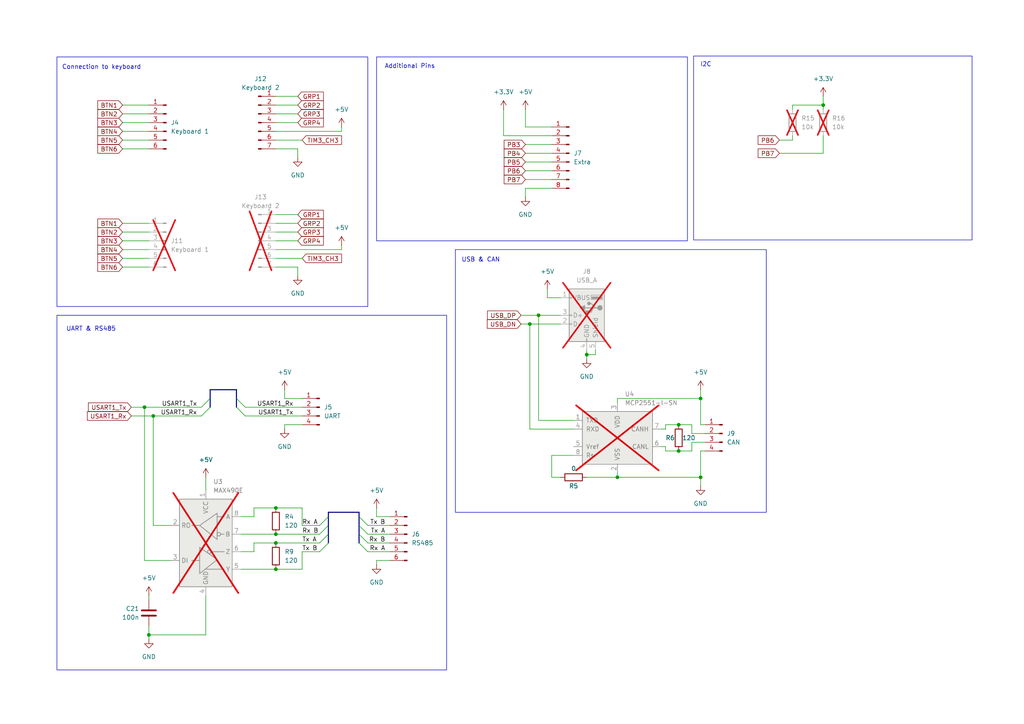
<source format=kicad_sch>
(kicad_sch (version 20250114) (generator "eeschema") (generator_version "9.0")
  (paper "A4")
  (title_block (title "Interface"))
  (lib_symbols
    (symbol "Connector:Conn_01x04_Pin" (pin_names (offset 1.016) (hide yes))
      (property "Reference" "J" (at 0 5.08 0))
      (property "Value" "Conn_01x04_Pin" (at 0 -7.62 0))
      (symbol "Conn_01x04_Pin_1_1"
        (rectangle (start 0.8636 2.667) (end 0 2.413) (stroke (width 0.1524)) (fill (type outline)))
        (rectangle (start 0.8636 0.127) (end 0 -0.127) (stroke (width 0.1524)) (fill (type outline)))
        (rectangle (start 0.8636 -2.413) (end 0 -2.667) (stroke (width 0.1524)) (fill (type outline)))
        (rectangle (start 0.8636 -4.953) (end 0 -5.207) (stroke (width 0.1524)) (fill (type outline)))
        (polyline (pts (xy 1.27 2.54) (xy 0.8636 2.54)) (stroke (width 0.1524)))
        (polyline (pts (xy 1.27 0) (xy 0.8636 0)) (stroke (width 0.1524)))
        (polyline (pts (xy 1.27 -2.54) (xy 0.8636 -2.54)) (stroke (width 0.1524)))
        (polyline (pts (xy 1.27 -5.08) (xy 0.8636 -5.08)) (stroke (width 0.1524)))
        (pin passive line (at 5.08 2.54 180) (length 3.81) (name "Pin_1") (number "1"))
        (pin passive line (at 5.08 0 180) (length 3.81) (name "Pin_2") (number "2"))
        (pin passive line (at 5.08 -2.54 180) (length 3.81) (name "Pin_3") (number "3"))
        (pin passive line (at 5.08 -5.08 180) (length 3.81) (name "Pin_4") (number "4"))
      )
    )
    (symbol "Connector:Conn_01x06_Pin" (pin_names (offset 1.016) (hide yes))
      (property "Reference" "J" (at 0 7.62 0))
      (property "Value" "Conn_01x06_Pin" (at 0 -10.16 0))
      (symbol "Conn_01x06_Pin_1_1"
        (rectangle (start 0.8636 5.207) (end 0 4.953) (stroke (width 0.1524)) (fill (type outline)))
        (rectangle (start 0.8636 2.667) (end 0 2.413) (stroke (width 0.1524)) (fill (type outline)))
        (rectangle (start 0.8636 0.127) (end 0 -0.127) (stroke (width 0.1524)) (fill (type outline)))
        (rectangle (start 0.8636 -2.413) (end 0 -2.667) (stroke (width 0.1524)) (fill (type outline)))
        (rectangle (start 0.8636 -4.953) (end 0 -5.207) (stroke (width 0.1524)) (fill (type outline)))
        (rectangle (start 0.8636 -7.493) (end 0 -7.747) (stroke (width 0.1524)) (fill (type outline)))
        (polyline (pts (xy 1.27 5.08) (xy 0.8636 5.08)) (stroke (width 0.1524)))
        (polyline (pts (xy 1.27 2.54) (xy 0.8636 2.54)) (stroke (width 0.1524)))
        (polyline (pts (xy 1.27 0) (xy 0.8636 0)) (stroke (width 0.1524)))
        (polyline (pts (xy 1.27 -2.54) (xy 0.8636 -2.54)) (stroke (width 0.1524)))
        (polyline (pts (xy 1.27 -5.08) (xy 0.8636 -5.08)) (stroke (width 0.1524)))
        (polyline (pts (xy 1.27 -7.62) (xy 0.8636 -7.62)) (stroke (width 0.1524)))
        (pin passive line (at 5.08 5.08 180) (length 3.81) (name "Pin_1") (number "1"))
        (pin passive line (at 5.08 2.54 180) (length 3.81) (name "Pin_2") (number "2"))
        (pin passive line (at 5.08 0 180) (length 3.81) (name "Pin_3") (number "3"))
        (pin passive line (at 5.08 -2.54 180) (length 3.81) (name "Pin_4") (number "4"))
        (pin passive line (at 5.08 -5.08 180) (length 3.81) (name "Pin_5") (number "5"))
        (pin passive line (at 5.08 -7.62 180) (length 3.81) (name "Pin_6") (number "6"))
      )
    )
    (symbol "Connector:Conn_01x07_Pin" (pin_names (offset 1.016) (hide yes))
      (property "Reference" "J" (at 0 10.16 0))
      (property "Value" "Conn_01x07_Pin" (at 0 -10.16 0))
      (symbol "Conn_01x07_Pin_1_1"
        (rectangle (start 0.8636 7.747) (end 0 7.493) (stroke (width 0.1524)) (fill (type outline)))
        (rectangle (start 0.8636 5.207) (end 0 4.953) (stroke (width 0.1524)) (fill (type outline)))
        (rectangle (start 0.8636 2.667) (end 0 2.413) (stroke (width 0.1524)) (fill (type outline)))
        (rectangle (start 0.8636 0.127) (end 0 -0.127) (stroke (width 0.1524)) (fill (type outline)))
        (rectangle (start 0.8636 -2.413) (end 0 -2.667) (stroke (width 0.1524)) (fill (type outline)))
        (rectangle (start 0.8636 -4.953) (end 0 -5.207) (stroke (width 0.1524)) (fill (type outline)))
        (rectangle (start 0.8636 -7.493) (end 0 -7.747) (stroke (width 0.1524)) (fill (type outline)))
        (polyline (pts (xy 1.27 7.62) (xy 0.8636 7.62)) (stroke (width 0.1524)))
        (polyline (pts (xy 1.27 5.08) (xy 0.8636 5.08)) (stroke (width 0.1524)))
        (polyline (pts (xy 1.27 2.54) (xy 0.8636 2.54)) (stroke (width 0.1524)))
        (polyline (pts (xy 1.27 0) (xy 0.8636 0)) (stroke (width 0.1524)))
        (polyline (pts (xy 1.27 -2.54) (xy 0.8636 -2.54)) (stroke (width 0.1524)))
        (polyline (pts (xy 1.27 -5.08) (xy 0.8636 -5.08)) (stroke (width 0.1524)))
        (polyline (pts (xy 1.27 -7.62) (xy 0.8636 -7.62)) (stroke (width 0.1524)))
        (pin passive line (at 5.08 7.62 180) (length 3.81) (name "Pin_1") (number "1"))
        (pin passive line (at 5.08 5.08 180) (length 3.81) (name "Pin_2") (number "2"))
        (pin passive line (at 5.08 2.54 180) (length 3.81) (name "Pin_3") (number "3"))
        (pin passive line (at 5.08 0 180) (length 3.81) (name "Pin_4") (number "4"))
        (pin passive line (at 5.08 -2.54 180) (length 3.81) (name "Pin_5") (number "5"))
        (pin passive line (at 5.08 -5.08 180) (length 3.81) (name "Pin_6") (number "6"))
        (pin passive line (at 5.08 -7.62 180) (length 3.81) (name "Pin_7") (number "7"))
      )
    )
    (symbol "Connector:Conn_01x08_Pin" (pin_names (offset 1.016) (hide yes))
      (property "Reference" "J" (at 0 10.16 0))
      (property "Value" "Conn_01x08_Pin" (at 0 -12.7 0))
      (symbol "Conn_01x08_Pin_1_1"
        (rectangle (start 0.8636 7.747) (end 0 7.493) (stroke (width 0.1524)) (fill (type outline)))
        (rectangle (start 0.8636 5.207) (end 0 4.953) (stroke (width 0.1524)) (fill (type outline)))
        (rectangle (start 0.8636 2.667) (end 0 2.413) (stroke (width 0.1524)) (fill (type outline)))
        (rectangle (start 0.8636 0.127) (end 0 -0.127) (stroke (width 0.1524)) (fill (type outline)))
        (rectangle (start 0.8636 -2.413) (end 0 -2.667) (stroke (width 0.1524)) (fill (type outline)))
        (rectangle (start 0.8636 -4.953) (end 0 -5.207) (stroke (width 0.1524)) (fill (type outline)))
        (rectangle (start 0.8636 -7.493) (end 0 -7.747) (stroke (width 0.1524)) (fill (type outline)))
        (rectangle (start 0.8636 -10.033) (end 0 -10.287) (stroke (width 0.1524)) (fill (type outline)))
        (polyline (pts (xy 1.27 7.62) (xy 0.8636 7.62)) (stroke (width 0.1524)))
        (polyline (pts (xy 1.27 5.08) (xy 0.8636 5.08)) (stroke (width 0.1524)))
        (polyline (pts (xy 1.27 2.54) (xy 0.8636 2.54)) (stroke (width 0.1524)))
        (polyline (pts (xy 1.27 0) (xy 0.8636 0)) (stroke (width 0.1524)))
        (polyline (pts (xy 1.27 -2.54) (xy 0.8636 -2.54)) (stroke (width 0.1524)))
        (polyline (pts (xy 1.27 -5.08) (xy 0.8636 -5.08)) (stroke (width 0.1524)))
        (polyline (pts (xy 1.27 -7.62) (xy 0.8636 -7.62)) (stroke (width 0.1524)))
        (polyline (pts (xy 1.27 -10.16) (xy 0.8636 -10.16)) (stroke (width 0.1524)))
        (pin passive line (at 5.08 7.62 180) (length 3.81) (name "Pin_1") (number "1"))
        (pin passive line (at 5.08 5.08 180) (length 3.81) (name "Pin_2") (number "2"))
        (pin passive line (at 5.08 2.54 180) (length 3.81) (name "Pin_3") (number "3"))
        (pin passive line (at 5.08 0 180) (length 3.81) (name "Pin_4") (number "4"))
        (pin passive line (at 5.08 -2.54 180) (length 3.81) (name "Pin_5") (number "5"))
        (pin passive line (at 5.08 -5.08 180) (length 3.81) (name "Pin_6") (number "6"))
        (pin passive line (at 5.08 -7.62 180) (length 3.81) (name "Pin_7") (number "7"))
        (pin passive line (at 5.08 -10.16 180) (length 3.81) (name "Pin_8") (number "8"))
      )
    )
    (symbol "Connector:USB_A" (pin_names (offset 1.016))
      (property "Reference" "J" (at -5.08 11.43 0))
      (property "Value" "USB_A" (at -5.08 8.89 0))
      (symbol "USB_A_0_1"
        (rectangle (start -5.08 -7.62) (end 5.08 7.62) (stroke (width 0.254)) (fill (type background)))
        (circle (center -3.81 2.159) (radius 0.635) (stroke (width 0.254)) (fill (type outline)))
        (polyline (pts (xy -3.175 2.159) (xy -2.54 2.159) (xy -1.27 3.429) (xy -0.635 3.429)) (stroke (width 0.254)))
        (polyline (pts (xy -2.54 2.159) (xy -1.905 2.159) (xy -1.27 0.889) (xy 0 0.889)) (stroke (width 0.254)))
        (rectangle (start -1.524 4.826) (end -4.318 5.334) (fill (type outline)))
        (rectangle (start -1.27 4.572) (end -4.572 5.842))
        (circle (center -0.635 3.429) (radius 0.381) (stroke (width 0.254)) (fill (type outline)))
        (rectangle (start -0.127 -7.62) (end 0.127 -6.858))
        (rectangle (start 0.254 1.27) (end -0.508 0.508) (stroke (width 0.254)) (fill (type outline)))
        (polyline (pts (xy 0.635 2.794) (xy 0.635 1.524) (xy 1.905 2.159) (xy 0.635 2.794)) (stroke (width 0.254)) (fill (type outline)))
        (rectangle (start 5.08 4.953) (end 4.318 5.207))
        (rectangle (start 5.08 -0.127) (end 4.318 0.127))
        (rectangle (start 5.08 -2.667) (end 4.318 -2.413))
      )
      (symbol "USB_A_1_1"
        (polyline (pts (xy -1.905 2.159) (xy 0.635 2.159)) (stroke (width 0.254)))
        (pin passive line (at -2.54 -10.16 90) (length 2.54) (name "Shield") (number "5"))
        (pin power_in line (at 0 -10.16 90) (length 2.54) (name "GND") (number "4"))
        (pin power_in line (at 7.62 5.08 180) (length 2.54) (name "VBUS") (number "1"))
        (pin bidirectional line (at 7.62 0 180) (length 2.54) (name "D+") (number "3"))
        (pin bidirectional line (at 7.62 -2.54 180) (length 2.54) (name "D-") (number "2"))
      )
    )
    (symbol "Device:C" (pin_numbers (hide yes)) (pin_names (offset 0.254))
      (property "Reference" "C" (at 0.635 2.54 0))
      (property "Value" "C" (at 0.635 -2.54 0))
      (symbol "C_0_1"
        (polyline (pts (xy -2.032 0.762) (xy 2.032 0.762)) (stroke (width 0.508)))
        (polyline (pts (xy -2.032 -0.762) (xy 2.032 -0.762)) (stroke (width 0.508)))
      )
      (symbol "C_1_1"
        (pin passive line (at 0 3.81 270) (length 2.794) (name "~") (number "1"))
        (pin passive line (at 0 -3.81 90) (length 2.794) (name "~") (number "2"))
      )
    )
    (symbol "Device:R" (pin_numbers (hide yes)) (pin_names (offset 0))
      (property "Reference" "R" (at 2.032 0 90))
      (property "Value" "R" (at 0 0 90))
      (symbol "R_0_1"
        (rectangle (start -1.016 -2.54) (end 1.016 2.54) (stroke (width 0.254)))
      )
      (symbol "R_1_1"
        (pin passive line (at 0 3.81 270) (length 1.27) (name "~") (number "1"))
        (pin passive line (at 0 -3.81 90) (length 1.27) (name "~") (number "2"))
      )
    )
    (symbol "Interface_CAN_LIN:MCP2551-I-SN" (pin_names (offset 1.016))
      (property "Reference" "U" (at -10.16 8.89 0))
      (property "Value" "MCP2551-I-SN" (at 2.54 8.89 0))
      (symbol "MCP2551-I-SN_0_1"
        (rectangle (start -10.16 7.62) (end 10.16 -7.62) (stroke (width 0.254)) (fill (type background)))
      )
      (symbol "MCP2551-I-SN_1_1"
        (pin input line (at -12.7 5.08 0) (length 2.54) (name "TXD") (number "1"))
        (pin output line (at -12.7 2.54 0) (length 2.54) (name "RXD") (number "4"))
        (pin power_out line (at -12.7 -2.54 0) (length 2.54) (name "Vref") (number "5"))
        (pin input line (at -12.7 -5.08 0) (length 2.54) (name "Rs") (number "8"))
        (pin power_in line (at 0 10.16 270) (length 2.54) (name "VDD") (number "3"))
        (pin power_in line (at 0 -10.16 90) (length 2.54) (name "VSS") (number "2"))
        (pin bidirectional line (at 12.7 2.54 180) (length 2.54) (name "CANH") (number "7"))
        (pin bidirectional line (at 12.7 -2.54 180) (length 2.54) (name "CANL") (number "6"))
      )
    )
    (symbol "Interface_UART:MAX490E"
      (property "Reference" "U" (at -7.62 13.97 0))
      (property "Value" "MAX490E" (at 0.762 13.97 0))
      (symbol "MAX490E_0_1"
        (rectangle (start -7.62 12.7) (end 7.62 -12.7) (stroke (width 0.254)) (fill (type background)))
        (polyline (pts (xy -1.778 5.08) (xy -4.064 5.08)) (stroke (width 0.254)))
        (polyline (pts (xy -1.778 -5.08) (xy -4.064 -5.08)) (stroke (width 0.254)))
        (polyline (pts (xy -1.778 -5.08) (xy -1.778 -1.27) (xy 3.302 -4.826) (xy -1.778 -8.89) (xy -1.778 -5.08)) (stroke (width 0.254)))
        (polyline (pts (xy 0 -7.62) (xy 5.334 -7.62)) (stroke (width 0.254)))
        (circle (center 1.016 -2.54) (radius 0.508) (stroke (width 0.254)))
        (polyline (pts (xy 1.524 -2.54) (xy 5.334 -2.54)) (stroke (width 0.254)))
        (polyline (pts (xy 3.302 7.62) (xy 5.334 7.62)) (stroke (width 0.254)))
        (polyline (pts (xy 4.318 2.54) (xy 5.334 2.54)) (stroke (width 0.254)))
      )
      (symbol "MAX490E_1_1"
        (polyline (pts (xy 3.302 4.826) (xy 3.302 8.636) (xy -1.778 5.08) (xy 3.302 1.016) (xy 3.302 4.826)) (stroke (width 0.254)))
        (circle (center 3.81 2.54) (radius 0.508) (stroke (width 0.254)))
        (pin output line (at -10.16 5.08 0) (length 2.54) (name "RO") (number "2"))
        (pin input line (at -10.16 -5.08 0) (length 2.54) (name "DI") (number "3"))
        (pin power_in line (at 0 15.24 270) (length 2.54) (name "VCC") (number "1"))
        (pin power_in line (at 0 -15.24 90) (length 2.54) (name "GND") (number "4"))
        (pin input line (at 10.16 7.62 180) (length 2.54) (name "A") (number "8"))
        (pin input line (at 10.16 2.54 180) (length 2.54) (name "B") (number "7"))
        (pin output line (at 10.16 -2.54 180) (length 2.54) (name "Z") (number "6"))
        (pin output line (at 10.16 -7.62 180) (length 2.54) (name "Y") (number "5"))
      )
    )
    (symbol "power:+3.3V" (power) (pin_numbers (hide yes)) (pin_names (offset 0) (hide yes))
      (property "Value" "+3.3V" (at 0 3.556 0))
      (symbol "+3.3V_0_1"
        (polyline (pts (xy -0.762 1.27) (xy 0 2.54)))
        (polyline (pts (xy 0 2.54) (xy 0.762 1.27)))
        (polyline (pts (xy 0 0) (xy 0 2.54)))
      )
      (symbol "+3.3V_1_1"
        (pin power_in line (at 0 0 90) (length 0) (name "~") (number "1"))
      )
    )
    (symbol "power:+5V" (power) (pin_numbers (hide yes)) (pin_names (offset 0) (hide yes))
      (property "Value" "+5V" (at 0 3.556 0))
      (symbol "+5V_0_1"
        (polyline (pts (xy -0.762 1.27) (xy 0 2.54)))
        (polyline (pts (xy 0 2.54) (xy 0.762 1.27)))
        (polyline (pts (xy 0 0) (xy 0 2.54)))
      )
      (symbol "+5V_1_1"
        (pin power_in line (at 0 0 90) (length 0) (name "~") (number "1"))
      )
    )
    (symbol "power:GND" (power) (pin_numbers (hide yes)) (pin_names (offset 0) (hide yes))
      (property "Value" "GND" (at 0 -3.81 0))
      (symbol "GND_0_1"
        (polyline (pts (xy 0 0) (xy 0 -1.27) (xy 1.27 -1.27) (xy 0 -2.54) (xy -1.27 -1.27) (xy 0 -1.27)))
      )
      (symbol "GND_1_1"
        (pin power_in line (at 0 0 270) (length 0) (name "~") (number "1"))
      )
    )
  )
  (rectangle (start 16.51 91.44) (end 129.54 194.31))
  (rectangle (start 109.22 16.51) (end 199.39 69.85))
  (rectangle (start 132.08 72.39) (end 222.25 148.59))
  (rectangle (start 16.51 16.51) (end 106.68 88.9))
  (rectangle (start 201.168 16.256) (end 281.94 69.596))
  (text "I2C" (at 204.724 18.796 0) (effects (font (size 1.27 1.27))))
  (text "Additional Pins" (at 118.872 19.304 0) (effects (font (size 1.27 1.27))))
  (text "UART & RS485\n" (at 26.416 95.504 0) (effects (font (size 1.27 1.27))))
  (text "USB & CAN" (at 139.446 75.438 0) (effects (font (size 1.27 1.27))))
  (text "Connection to keyboard" (at 29.464 19.558 0) (effects (font (size 1.27 1.27))))
  (junction (at 44.45 120.65))
  (junction (at 80.01 147.32))
  (junction (at 80.01 165.1))
  (junction (at 43.18 184.15))
  (junction (at 203.2 115.57))
  (junction (at 196.85 123.19))
  (junction (at 156.21 91.44))
  (junction (at 41.91 118.11))
  (junction (at 80.01 154.94))
  (junction (at 203.2 138.43))
  (junction (at 238.76 30.48))
  (junction (at 179.07 138.43))
  (junction (at 170.18 102.87))
  (junction (at 153.67 93.98))
  (junction (at 80.01 157.48))
  (junction (at 196.85 130.81))
  (bus_entry (at 92.71 160.02) (size 2.54 -2.54))
  (bus_entry (at 106.68 160.02) (size -2.54 -2.54))
  (bus_entry (at 60.96 118.11) (size -2.54 2.54))
  (bus_entry (at 92.71 152.4) (size 2.54 -2.54))
  (bus_entry (at 68.58 118.11) (size 2.54 2.54))
  (bus_entry (at 106.68 157.48) (size -2.54 -2.54))
  (bus_entry (at 106.68 154.94) (size -2.54 -2.54))
  (bus_entry (at 68.58 115.57) (size 2.54 2.54))
  (bus_entry (at 92.71 154.94) (size 2.54 -2.54))
  (bus_entry (at 106.68 152.4) (size -2.54 -2.54))
  (bus_entry (at 92.71 157.48) (size 2.54 -2.54))
  (bus_entry (at 60.96 115.57) (size -2.54 2.54))
  (wire (pts (xy 156.21 91.44) (xy 162.56 91.44)))
  (wire (pts (xy 152.4 31.75) (xy 152.4 36.83)))
  (wire (pts (xy 179.07 116.84) (xy 179.07 115.57)))
  (wire (pts (xy 106.68 152.4) (xy 113.03 152.4)))
  (wire (pts (xy 160.02 132.08) (xy 160.02 138.43)))
  (wire (pts (xy 69.85 154.94) (xy 80.01 154.94)))
  (wire (pts (xy 109.22 149.86) (xy 113.03 149.86)))
  (wire (pts (xy 73.66 157.48) (xy 80.01 157.48)))
  (wire (pts (xy 160.02 54.61) (xy 152.4 54.61)))
  (wire (pts (xy 43.18 35.56) (xy 35.56 35.56)))
  (wire (pts (xy 35.56 30.48) (xy 43.18 30.48)))
  (wire (pts (xy 106.68 157.48) (xy 113.03 157.48)))
  (wire (pts (xy 86.36 64.77) (xy 80.01 64.77)))
  (wire (pts (xy 172.72 102.87) (xy 170.18 102.87)))
  (wire (pts (xy 193.04 130.81) (xy 193.04 129.54)))
  (wire (pts (xy 71.12 118.11) (xy 87.63 118.11)))
  (bus (pts (xy 60.96 115.57) (xy 60.96 113.03)))
  (wire (pts (xy 35.56 77.47) (xy 43.18 77.47)))
  (wire (pts (xy 80.01 157.48) (xy 92.71 157.48)))
  (wire (pts (xy 73.66 160.02) (xy 69.85 160.02)))
  (wire (pts (xy 229.87 40.64) (xy 229.87 39.37)))
  (wire (pts (xy 35.56 64.77) (xy 43.18 64.77)))
  (wire (pts (xy 152.4 54.61) (xy 152.4 57.15)))
  (wire (pts (xy 86.36 80.01) (xy 86.36 77.47)))
  (wire (pts (xy 80.01 154.94) (xy 92.71 154.94)))
  (bus (pts (xy 95.25 152.4) (xy 95.25 154.94)))
  (wire (pts (xy 80.01 165.1) (xy 87.63 165.1)))
  (wire (pts (xy 38.1 120.65) (xy 44.45 120.65)))
  (bus (pts (xy 60.96 118.11) (xy 60.96 115.57)))
  (wire (pts (xy 152.4 46.99) (xy 160.02 46.99)))
  (wire (pts (xy 152.4 41.91) (xy 160.02 41.91)))
  (wire (pts (xy 86.36 43.18) (xy 80.01 43.18)))
  (wire (pts (xy 49.53 162.56) (xy 41.91 162.56)))
  (wire (pts (xy 170.18 138.43) (xy 179.07 138.43)))
  (wire (pts (xy 229.87 30.48) (xy 238.76 30.48)))
  (wire (pts (xy 156.21 121.92) (xy 156.21 91.44)))
  (wire (pts (xy 203.2 123.19) (xy 204.47 123.19)))
  (wire (pts (xy 35.56 33.02) (xy 43.18 33.02)))
  (wire (pts (xy 160.02 138.43) (xy 162.56 138.43)))
  (wire (pts (xy 179.07 137.16) (xy 179.07 138.43)))
  (wire (pts (xy 196.85 123.19) (xy 200.66 123.19)))
  (bus (pts (xy 60.96 113.03) (xy 68.58 113.03)))
  (wire (pts (xy 35.56 43.18) (xy 43.18 43.18)))
  (wire (pts (xy 43.18 40.64) (xy 35.56 40.64)))
  (wire (pts (xy 87.63 40.64) (xy 80.01 40.64)))
  (wire (pts (xy 170.18 102.87) (xy 170.18 104.14)))
  (wire (pts (xy 162.56 86.36) (xy 158.75 86.36)))
  (wire (pts (xy 203.2 113.03) (xy 203.2 115.57)))
  (bus (pts (xy 95.25 154.94) (xy 95.25 157.48)))
  (bus (pts (xy 104.14 148.59) (xy 95.25 148.59)))
  (bus (pts (xy 104.14 154.94) (xy 104.14 152.4)))
  (wire (pts (xy 92.71 152.4) (xy 87.63 152.4)))
  (wire (pts (xy 106.68 160.02) (xy 113.03 160.02)))
  (wire (pts (xy 170.18 101.6) (xy 170.18 102.87)))
  (wire (pts (xy 160.02 39.37) (xy 146.05 39.37)))
  (wire (pts (xy 86.36 62.23) (xy 80.01 62.23)))
  (wire (pts (xy 238.76 39.37) (xy 238.76 44.45)))
  (wire (pts (xy 35.56 67.31) (xy 43.18 67.31)))
  (wire (pts (xy 226.06 40.64) (xy 229.87 40.64)))
  (bus (pts (xy 104.14 149.86) (xy 104.14 148.59)))
  (wire (pts (xy 193.04 124.46) (xy 193.04 123.19)))
  (wire (pts (xy 238.76 30.48) (xy 238.76 31.75)))
  (wire (pts (xy 179.07 115.57) (xy 203.2 115.57)))
  (wire (pts (xy 196.85 130.81) (xy 193.04 130.81)))
  (bus (pts (xy 95.25 149.86) (xy 95.25 152.4)))
  (wire (pts (xy 203.2 130.81) (xy 204.47 130.81)))
  (wire (pts (xy 166.37 121.92) (xy 156.21 121.92)))
  (wire (pts (xy 109.22 147.32) (xy 109.22 149.86)))
  (wire (pts (xy 73.66 157.48) (xy 73.66 160.02)))
  (wire (pts (xy 87.63 160.02) (xy 92.71 160.02)))
  (wire (pts (xy 59.69 172.72) (xy 59.69 184.15)))
  (wire (pts (xy 41.91 118.11) (xy 58.42 118.11)))
  (wire (pts (xy 109.22 163.83) (xy 109.22 162.56)))
  (wire (pts (xy 153.67 93.98) (xy 153.67 124.46)))
  (wire (pts (xy 59.69 138.43) (xy 59.69 142.24)))
  (wire (pts (xy 43.18 74.93) (xy 35.56 74.93)))
  (wire (pts (xy 151.13 93.98) (xy 153.67 93.98)))
  (wire (pts (xy 200.66 123.19) (xy 200.66 125.73)))
  (wire (pts (xy 203.2 115.57) (xy 203.2 123.19)))
  (wire (pts (xy 41.91 118.11) (xy 41.91 162.56)))
  (bus (pts (xy 68.58 115.57) (xy 68.58 118.11)))
  (wire (pts (xy 80.01 38.1) (xy 99.06 38.1)))
  (wire (pts (xy 80.01 67.31) (xy 86.36 67.31)))
  (wire (pts (xy 73.66 147.32) (xy 80.01 147.32)))
  (wire (pts (xy 80.01 35.56) (xy 86.36 35.56)))
  (wire (pts (xy 87.63 152.4) (xy 87.63 147.32)))
  (wire (pts (xy 43.18 181.61) (xy 43.18 184.15)))
  (wire (pts (xy 82.55 113.03) (xy 82.55 115.57)))
  (wire (pts (xy 86.36 30.48) (xy 80.01 30.48)))
  (wire (pts (xy 193.04 123.19) (xy 196.85 123.19)))
  (wire (pts (xy 80.01 69.85) (xy 86.36 69.85)))
  (wire (pts (xy 153.67 124.46) (xy 166.37 124.46)))
  (wire (pts (xy 71.12 120.65) (xy 87.63 120.65)))
  (wire (pts (xy 87.63 147.32) (xy 80.01 147.32)))
  (wire (pts (xy 43.18 184.15) (xy 43.18 185.42)))
  (wire (pts (xy 200.66 130.81) (xy 196.85 130.81)))
  (wire (pts (xy 73.66 147.32) (xy 73.66 149.86)))
  (bus (pts (xy 104.14 157.48) (xy 104.14 154.94)))
  (wire (pts (xy 44.45 152.4) (xy 49.53 152.4)))
  (wire (pts (xy 166.37 132.08) (xy 160.02 132.08)))
  (wire (pts (xy 229.87 31.75) (xy 229.87 30.48)))
  (wire (pts (xy 193.04 129.54) (xy 191.77 129.54)))
  (wire (pts (xy 99.06 38.1) (xy 99.06 36.83)))
  (wire (pts (xy 80.01 72.39) (xy 99.06 72.39)))
  (wire (pts (xy 86.36 77.47) (xy 80.01 77.47)))
  (wire (pts (xy 43.18 173.99) (xy 43.18 172.72)))
  (wire (pts (xy 204.47 128.27) (xy 200.66 128.27)))
  (wire (pts (xy 203.2 140.97) (xy 203.2 138.43)))
  (wire (pts (xy 82.55 124.46) (xy 82.55 123.19)))
  (bus (pts (xy 104.14 152.4) (xy 104.14 149.86)))
  (wire (pts (xy 86.36 27.94) (xy 80.01 27.94)))
  (bus (pts (xy 95.25 148.59) (xy 95.25 149.86)))
  (wire (pts (xy 203.2 138.43) (xy 203.2 130.81)))
  (wire (pts (xy 73.66 149.86) (xy 69.85 149.86)))
  (wire (pts (xy 106.68 154.94) (xy 113.03 154.94)))
  (bus (pts (xy 68.58 113.03) (xy 68.58 115.57)))
  (wire (pts (xy 87.63 74.93) (xy 80.01 74.93)))
  (wire (pts (xy 87.63 165.1) (xy 87.63 160.02)))
  (wire (pts (xy 43.18 69.85) (xy 35.56 69.85)))
  (wire (pts (xy 226.06 44.45) (xy 238.76 44.45)))
  (wire (pts (xy 69.85 165.1) (xy 80.01 165.1)))
  (wire (pts (xy 82.55 115.57) (xy 87.63 115.57)))
  (wire (pts (xy 158.75 83.82) (xy 158.75 86.36)))
  (wire (pts (xy 146.05 39.37) (xy 146.05 31.75)))
  (wire (pts (xy 86.36 45.72) (xy 86.36 43.18)))
  (wire (pts (xy 43.18 72.39) (xy 35.56 72.39)))
  (wire (pts (xy 172.72 101.6) (xy 172.72 102.87)))
  (wire (pts (xy 152.4 49.53) (xy 160.02 49.53)))
  (wire (pts (xy 43.18 38.1) (xy 35.56 38.1)))
  (wire (pts (xy 44.45 120.65) (xy 58.42 120.65)))
  (wire (pts (xy 152.4 36.83) (xy 160.02 36.83)))
  (wire (pts (xy 38.1 118.11) (xy 41.91 118.11)))
  (wire (pts (xy 44.45 120.65) (xy 44.45 152.4)))
  (wire (pts (xy 238.76 30.48) (xy 238.76 27.94)))
  (wire (pts (xy 151.13 91.44) (xy 156.21 91.44)))
  (wire (pts (xy 200.66 128.27) (xy 200.66 130.81)))
  (wire (pts (xy 179.07 138.43) (xy 203.2 138.43)))
  (wire (pts (xy 43.18 184.15) (xy 59.69 184.15)))
  (wire (pts (xy 82.55 123.19) (xy 87.63 123.19)))
  (wire (pts (xy 99.06 72.39) (xy 99.06 71.12)))
  (wire (pts (xy 109.22 162.56) (xy 113.03 162.56)))
  (wire (pts (xy 152.4 52.07) (xy 160.02 52.07)))
  (wire (pts (xy 153.67 93.98) (xy 162.56 93.98)))
  (wire (pts (xy 152.4 44.45) (xy 160.02 44.45)))
  (wire (pts (xy 193.04 124.46) (xy 191.77 124.46)))
  (wire (pts (xy 80.01 33.02) (xy 86.36 33.02)))
  (wire (pts (xy 200.66 125.73) (xy 204.47 125.73)))
  (label "USART1_Tx" (at 85.09 120.65 180))
  (label "Rx B" (at 111.76 157.48 180))
  (label "Tx A" (at 87.63 157.48 0))
  (label "Tx B" (at 87.63 160.02 0))
  (label "USART1_Rx" (at 57.15 120.65 180))
  (label "Rx A" (at 87.63 152.4 0))
  (label "USART1_Rx" (at 85.09 118.11 180))
  (label "Tx A" (at 111.76 154.94 180))
  (label "USART1_Tx" (at 57.15 118.11 180))
  (label "Tx B" (at 111.76 152.4 180))
  (label "Rx B" (at 87.63 154.94 0))
  (label "Rx A" (at 111.76 160.02 180))
  (global_label "GRP3" (shape input) (at 86.36 33.02 0) (property "Intersheetrefs" "${INTERSHEET_REFS}" (effects (hide yes))))
  (global_label "GRP1" (shape input) (at 86.36 27.94 0) (property "Intersheetrefs" "${INTERSHEET_REFS}" (effects (hide yes))))
  (global_label "PB7" (shape input) (at 226.06 44.45 180) (property "Intersheetrefs" "${INTERSHEET_REFS}" (effects (hide yes))))
  (global_label "PB6" (shape input) (at 226.06 40.64 180) (property "Intersheetrefs" "${INTERSHEET_REFS}" (effects (hide yes))))
  (global_label "BTN6" (shape input) (at 35.56 43.18 180) (property "Intersheetrefs" "${INTERSHEET_REFS}" (effects (hide yes))))
  (global_label "GRP3" (shape input) (at 86.36 67.31 0) (property "Intersheetrefs" "${INTERSHEET_REFS}" (effects (hide yes))))
  (global_label "BTN3" (shape input) (at 35.56 69.85 180) (property "Intersheetrefs" "${INTERSHEET_REFS}" (effects (hide yes))))
  (global_label "GRP4" (shape input) (at 86.36 35.56 0) (property "Intersheetrefs" "${INTERSHEET_REFS}" (effects (hide yes))))
  (global_label "GRP2" (shape input) (at 86.36 64.77 0) (property "Intersheetrefs" "${INTERSHEET_REFS}" (effects (hide yes))))
  (global_label "PB3" (shape input) (at 152.4 41.91 180) (property "Intersheetrefs" "${INTERSHEET_REFS}" (effects (hide yes))))
  (global_label "BTN5" (shape input) (at 35.56 74.93 180) (property "Intersheetrefs" "${INTERSHEET_REFS}" (effects (hide yes))))
  (global_label "BTN2" (shape input) (at 35.56 33.02 180) (property "Intersheetrefs" "${INTERSHEET_REFS}" (effects (hide yes))))
  (global_label "USB_DN" (shape input) (at 151.13 93.98 180) (property "Intersheetrefs" "${INTERSHEET_REFS}" (effects (hide yes))))
  (global_label "GRP1" (shape input) (at 86.36 62.23 0) (property "Intersheetrefs" "${INTERSHEET_REFS}" (effects (hide yes))))
  (global_label "BTN4" (shape input) (at 35.56 72.39 180) (property "Intersheetrefs" "${INTERSHEET_REFS}" (effects (hide yes))))
  (global_label "BTN4" (shape input) (at 35.56 38.1 180) (property "Intersheetrefs" "${INTERSHEET_REFS}" (effects (hide yes))))
  (global_label "BTN3" (shape input) (at 35.56 35.56 180) (property "Intersheetrefs" "${INTERSHEET_REFS}" (effects (hide yes))))
  (global_label "PB4" (shape input) (at 152.4 44.45 180) (property "Intersheetrefs" "${INTERSHEET_REFS}" (effects (hide yes))))
  (global_label "PB5" (shape input) (at 152.4 46.99 180) (property "Intersheetrefs" "${INTERSHEET_REFS}" (effects (hide yes))))
  (global_label "BTN6" (shape input) (at 35.56 77.47 180) (property "Intersheetrefs" "${INTERSHEET_REFS}" (effects (hide yes))))
  (global_label "PB7" (shape input) (at 152.4 52.07 180) (property "Intersheetrefs" "${INTERSHEET_REFS}" (effects (hide yes))))
  (global_label "BTN2" (shape input) (at 35.56 67.31 180) (property "Intersheetrefs" "${INTERSHEET_REFS}" (effects (hide yes))))
  (global_label "TIM3_CH3" (shape input) (at 87.63 40.64 0) (property "Intersheetrefs" "${INTERSHEET_REFS}" (effects (hide yes))))
  (global_label "PB6" (shape input) (at 152.4 49.53 180) (property "Intersheetrefs" "${INTERSHEET_REFS}" (effects (hide yes))))
  (global_label "BTN1" (shape input) (at 35.56 64.77 180) (property "Intersheetrefs" "${INTERSHEET_REFS}" (effects (hide yes))))
  (global_label "BTN1" (shape input) (at 35.56 30.48 180) (property "Intersheetrefs" "${INTERSHEET_REFS}" (effects (hide yes))))
  (global_label "USART1_Tx" (shape input) (at 38.1 118.11 180) (property "Intersheetrefs" "${INTERSHEET_REFS}" (effects (hide yes))))
  (global_label "GRP4" (shape input) (at 86.36 69.85 0) (property "Intersheetrefs" "${INTERSHEET_REFS}" (effects (hide yes))))
  (global_label "GRP2" (shape input) (at 86.36 30.48 0) (property "Intersheetrefs" "${INTERSHEET_REFS}" (effects (hide yes))))
  (global_label "TIM3_CH3" (shape input) (at 87.63 74.93 0) (property "Intersheetrefs" "${INTERSHEET_REFS}" (effects (hide yes))))
  (global_label "USB_DP" (shape input) (at 151.13 91.44 180) (property "Intersheetrefs" "${INTERSHEET_REFS}" (effects (hide yes))))
  (global_label "BTN5" (shape input) (at 35.56 40.64 180) (property "Intersheetrefs" "${INTERSHEET_REFS}" (effects (hide yes))))
  (global_label "USART1_Rx" (shape input) (at 38.1 120.65 180) (property "Intersheetrefs" "${INTERSHEET_REFS}" (effects (hide yes))))
  (symbol (lib_id "power:GND") (at 82.55 124.46 0) (mirror y) (unit 1)
    (property "Reference" "#PWR031" (effects (hide yes)))
    (property "Value" "GND" (at 82.55 129.54 0))
    (property "Description" "Power symbol creates a global label with name \"GND\" , ground" (effects (hide yes)))
  )
  (symbol (lib_id "Device:R") (at 229.87 35.56 180) (unit 1) (dnp yes)
    (property "Reference" "R15" (at 232.41 34.2899 0) (effects (justify right)))
    (property "Value" "10k" (at 232.41 36.8299 0) (effects (justify right)))
    (property "Footprint" "Resistor_SMD:R_0805_2012Metric_Pad1.20x1.40mm_HandSolder" (effects (hide yes)))
    (property "Description" "Resistor" (effects (hide yes)))
  )
  (symbol (lib_id "power:+3.3V") (at 238.76 27.94 0) (unit 1)
    (property "Reference" "#PWR049" (effects (hide yes)))
    (property "Value" "+3.3V" (at 238.76 22.86 0))
    (property "Description" "Power symbol creates a global label with name \"+3.3V\"" (effects (hide yes)))
  )
  (symbol (lib_id "power:+5V") (at 59.69 138.43 0) (unit 1)
    (property "Reference" "#PWR029" (effects (hide yes)))
    (property "Value" "+5V" (at 59.69 133.35 0))
    (property "Description" "Power symbol creates a global label with name \"+5V\"" (effects (hide yes)))
  )
  (symbol (lib_id "power:+5V") (at 43.18 172.72 0) (unit 1)
    (property "Reference" "#PWR027" (effects (hide yes)))
    (property "Value" "+5V" (at 43.18 167.64 0))
    (property "Description" "Power symbol creates a global label with name \"+5V\"" (effects (hide yes)))
  )
  (symbol (lib_id "power:GND") (at 170.18 104.14 0) (mirror y) (unit 1)
    (property "Reference" "#PWR040" (effects (hide yes)))
    (property "Value" "GND" (at 170.18 109.22 0))
    (property "Description" "Power symbol creates a global label with name \"GND\" , ground" (effects (hide yes)))
  )
  (symbol (lib_id "power:GND") (at 203.2 140.97 0) (mirror y) (unit 1)
    (property "Reference" "#PWR042" (effects (hide yes)))
    (property "Value" "GND" (at 203.2 146.05 0))
    (property "Description" "Power symbol creates a global label with name \"GND\" , ground" (effects (hide yes)))
  )
  (symbol (lib_id "Connector:Conn_01x08_Pin") (at 165.1 44.45 0) (mirror y) (unit 1) (in_bom no)
    (property "Reference" "J7" (at 166.37 44.4499 0) (effects (justify right)))
    (property "Value" "Extra" (at 166.37 46.9899 0) (effects (justify right)))
    (property "Footprint" "Library:Conn_Edge_x08" (effects (hide yes)))
    (property "Description" "Generic connector, single row, 01x08, script generated" (effects (hide yes)))
  )
  (symbol (lib_id "Device:R") (at 80.01 161.29 180) (unit 1)
    (property "Reference" "R9" (at 82.55 160.0199 0) (effects (justify right)))
    (property "Value" "120" (at 82.55 162.5599 0) (effects (justify right)))
    (property "Footprint" "Resistor_SMD:R_0805_2012Metric_Pad1.20x1.40mm_HandSolder" (effects (hide yes)))
    (property "Description" "Resistor" (effects (hide yes)))
  )
  (symbol (lib_id "Device:R") (at 166.37 138.43 90) (unit 1)
    (property "Reference" "R5" (at 166.37 140.97 90))
    (property "Value" "0" (at 166.37 135.89 90))
    (property "Footprint" "Resistor_SMD:R_0603_1608Metric" (effects (hide yes)))
  )
  (symbol (lib_id "power:GND") (at 152.4 57.15 0) (mirror y) (unit 1)
    (property "Reference" "#PWR038" (effects (hide yes)))
    (property "Value" "GND" (at 152.4 62.23 0))
    (property "Description" "Power symbol creates a global label with name \"GND\" , ground" (effects (hide yes)))
  )
  (symbol (lib_id "Connector:Conn_01x06_Pin") (at 118.11 154.94 0) (mirror y) (unit 1) (in_bom no)
    (property "Reference" "J6" (at 119.38 154.9399 0) (effects (justify right)))
    (property "Value" "RS485" (at 119.38 157.4799 0) (effects (justify right)))
    (property "Footprint" "Library:Conn_Edge_x06" (effects (hide yes)))
    (property "Description" "Generic connector, single row, 01x06, script generated" (effects (hide yes)))
  )
  (symbol (lib_id "power:GND") (at 109.22 163.83 0) (mirror y) (unit 1)
    (property "Reference" "#PWR035" (effects (hide yes)))
    (property "Value" "GND" (at 109.22 168.91 0))
    (property "Description" "Power symbol creates a global label with name \"GND\" , ground" (effects (hide yes)))
  )
  (symbol (lib_id "power:+3.3V") (at 146.05 31.75 0) (unit 1)
    (property "Reference" "#PWR036" (effects (hide yes)))
    (property "Value" "+3.3V" (at 146.05 26.67 0))
    (property "Description" "Power symbol creates a global label with name \"+3.3V\"" (effects (hide yes)))
  )
  (symbol (lib_id "power:+5V") (at 203.2 113.03 0) (unit 1)
    (property "Reference" "#PWR041" (effects (hide yes)))
    (property "Value" "+5V" (at 203.2 107.95 0))
    (property "Description" "Power symbol creates a global label with name \"+5V\"" (effects (hide yes)))
  )
  (symbol (lib_id "Connector:Conn_01x06_Pin") (at 48.26 35.56 0) (mirror y) (unit 1)
    (property "Reference" "J4" (at 49.53 35.5599 0) (effects (justify right)))
    (property "Value" "Keyboard 1" (at 49.53 38.0999 0) (effects (justify right)))
    (property "Footprint" "Connector_PinHeader_2.54mm:PinHeader_1x06_P2.54mm_Vertical_SMD_Pin1Left" (effects (hide yes)))
    (property "Description" "Generic connector, single row, 01x06, script generated" (effects (hide yes)))
  )
  (symbol (lib_id "power:GND") (at 86.36 45.72 0) (mirror y) (unit 1)
    (property "Reference" "#PWR033" (effects (hide yes)))
    (property "Value" "GND" (at 86.36 50.8 0))
    (property "Description" "Power symbol creates a global label with name \"GND\" , ground" (effects (hide yes)))
  )
  (symbol (lib_id "Device:R") (at 238.76 35.56 180) (unit 1) (dnp yes)
    (property "Reference" "R16" (at 241.3 34.2899 0) (effects (justify right)))
    (property "Value" "10k" (at 241.3 36.8299 0) (effects (justify right)))
    (property "Footprint" "Resistor_SMD:R_0805_2012Metric_Pad1.20x1.40mm_HandSolder" (effects (hide yes)))
    (property "Description" "Resistor" (effects (hide yes)))
  )
  (symbol (lib_id "power:+5V") (at 109.22 147.32 0) (unit 1)
    (property "Reference" "#PWR034" (effects (hide yes)))
    (property "Value" "+5V" (at 109.22 142.24 0))
    (property "Description" "Power symbol creates a global label with name \"+5V\"" (effects (hide yes)))
  )
  (symbol (lib_id "Connector:Conn_01x04_Pin") (at 92.71 118.11 0) (mirror y) (unit 1) (in_bom no)
    (property "Reference" "J5" (at 93.98 118.1099 0) (effects (justify right)))
    (property "Value" "UART" (at 93.98 120.6499 0) (effects (justify right)))
    (property "Footprint" "Library:Conn_Edge_x04" (effects (hide yes)))
    (property "Description" "Generic connector, single row, 01x04, script generated" (effects (hide yes)))
  )
  (symbol (lib_id "power:+5V") (at 99.06 36.83 0) (unit 1)
    (property "Reference" "#PWR032" (effects (hide yes)))
    (property "Value" "+5V" (at 99.06 31.75 0))
    (property "Description" "Power symbol creates a global label with name \"+5V\"" (effects (hide yes)))
  )
  (symbol (lib_id "power:+5V") (at 158.75 83.82 0) (mirror y) (unit 1)
    (property "Reference" "#PWR039" (effects (hide yes)))
    (property "Value" "+5V" (at 158.75 78.74 0))
    (property "Description" "Power symbol creates a global label with name \"+5V\"" (effects (hide yes)))
  )
  (symbol (lib_id "power:+5V") (at 82.55 113.03 0) (unit 1)
    (property "Reference" "#PWR030" (effects (hide yes)))
    (property "Value" "+5V" (at 82.55 107.95 0))
    (property "Description" "Power symbol creates a global label with name \"+5V\"" (effects (hide yes)))
  )
  (symbol (lib_id "Connector:USB_A") (at 170.18 91.44 0) (mirror y) (unit 1) (dnp yes)
    (property "Reference" "J8" (at 170.18 78.74 0))
    (property "Value" "USB_A" (at 170.18 81.28 0))
    (property "Footprint" "Connector_USB:USB_Micro-B_Wuerth_629105150521_CircularHoles" (effects (hide yes)))
    (property "Description" "USB Type A connector" (effects (hide yes)))
    (property "Reichelt" "https://www.reichelt.de/de/de/shop/produkt/micro-usb-einbaubuchse_typ_b_5-pol_smd-155041" (effects (hide yes)))
  )
  (symbol (lib_id "Device:C") (at 43.18 177.8 0) (mirror y) (unit 1)
    (property "Reference" "C21" (at 40.386 176.53 0) (effects (justify left)))
    (property "Value" "100n" (at 40.386 179.07 0) (effects (justify left)))
    (property "Footprint" "Capacitor_SMD:C_0603_1608Metric" (effects (hide yes)))
    (property "Description" "Unpolarized capacitor" (effects (hide yes)))
  )
  (symbol (lib_id "power:+5V") (at 152.4 31.75 0) (mirror y) (unit 1)
    (property "Reference" "#PWR037" (effects (hide yes)))
    (property "Value" "+5V" (at 152.4 26.67 0))
    (property "Description" "Power symbol creates a global label with name \"+5V\"" (effects (hide yes)))
  )
  (symbol (lib_id "Connector:Conn_01x07_Pin") (at 74.93 35.56 0) (unit 1)
    (property "Reference" "J12" (at 75.565 22.86 0))
    (property "Value" "Keyboard 2" (at 75.565 25.4 0))
    (property "Footprint" "Connector_PinHeader_2.54mm:PinHeader_1x07_P2.54mm_Vertical_SMD_Pin1Left" (effects (hide yes)))
    (property "Description" "Generic connector, single row, 01x07, script generated" (effects (hide yes)))
  )
  (symbol (lib_id "Interface_CAN_LIN:MCP2551-I-SN") (at 179.07 127 0) (unit 1) (dnp yes)
    (property "Reference" "U4" (at 181.2133 114.3 0) (effects (justify left)))
    (property "Value" "MCP2551-I-SN" (at 181.2133 116.84 0) (effects (justify left)))
    (property "Footprint" "Package_SO:SOIC-8_3.9x4.9mm_P1.27mm" (effects (hide yes)))
    (property "Datasheet" "http://ww1.microchip.com/downloads/en/devicedoc/21667d.pdf" (effects (hide yes)))
    (property "Description" "High-Speed CAN Transceiver, 1Mbps, 5V supply, SOIC-8" (effects (hide yes)))
  )
  (symbol (lib_id "power:GND") (at 86.36 80.01 0) (mirror y) (unit 1)
    (property "Reference" "#PWR044" (effects (hide yes)))
    (property "Value" "GND" (at 86.36 85.09 0))
    (property "Description" "Power symbol creates a global label with name \"GND\" , ground" (effects (hide yes)))
  )
  (symbol (lib_id "Interface_UART:MAX490E") (at 59.69 157.48 0) (unit 1) (dnp yes)
    (property "Reference" "U3" (at 61.8333 139.7 0) (effects (justify left)))
    (property "Value" "MAX490E" (at 61.8333 142.24 0) (effects (justify left)))
    (property "Footprint" "Package_SO:SOIC-8_3.9x4.9mm_P1.27mm" (effects (hide yes)))
    (property "Datasheet" "https://datasheets.maximintegrated.com/en/ds/MAX1487E-MAX491E.pdf" (effects (hide yes)))
    (property "Description" "Full duplex RS-485/RS-422, 2.5 Mbps, ±15kV electro-static discharge (ESD) protection, no slew-rate limited, no low-power shutdown, no with receiver/driver enable, 32 receiver drive capability, -40 to +85 degree Celsius, DIP-8 and SOIC-8" (effects (hide yes)))
  )
  (symbol (lib_id "Connector:Conn_01x04_Pin") (at 209.55 125.73 0) (mirror y) (unit 1) (in_bom no)
    (property "Reference" "J9" (at 210.82 125.7299 0) (effects (justify right)))
    (property "Value" "CAN" (at 210.82 128.2699 0) (effects (justify right)))
    (property "Footprint" "Library:Conn_Edge_x04" (effects (hide yes)))
    (property "Description" "Generic connector, single row, 01x04, script generated" (effects (hide yes)))
  )
  (symbol (lib_id "Connector:Conn_01x06_Pin") (at 48.26 69.85 0) (mirror y) (unit 1) (dnp yes)
    (property "Reference" "J11" (at 49.53 69.8499 0) (effects (justify right)))
    (property "Value" "Keyboard 1" (at 49.53 72.3899 0) (effects (justify right)))
    (property "Footprint" "Connector_PinHeader_2.54mm:PinHeader_1x06_P2.54mm_Vertical" (effects (hide yes)))
    (property "Description" "Generic connector, single row, 01x06, script generated" (effects (hide yes)))
  )
  (symbol (lib_id "power:+5V") (at 99.06 71.12 0) (unit 1)
    (property "Reference" "#PWR045" (effects (hide yes)))
    (property "Value" "+5V" (at 99.06 66.04 0))
    (property "Description" "Power symbol creates a global label with name \"+5V\"" (effects (hide yes)))
  )
  (symbol (lib_id "Device:R") (at 80.01 151.13 180) (unit 1)
    (property "Reference" "R4" (at 82.55 149.8599 0) (effects (justify right)))
    (property "Value" "120" (at 82.55 152.3999 0) (effects (justify right)))
    (property "Footprint" "Resistor_SMD:R_0805_2012Metric_Pad1.20x1.40mm_HandSolder" (effects (hide yes)))
    (property "Description" "Resistor" (effects (hide yes)))
  )
  (symbol (lib_id "Connector:Conn_01x07_Pin") (at 74.93 69.85 0) (unit 1) (dnp yes)
    (property "Reference" "J13" (at 75.565 57.15 0))
    (property "Value" "Keyboard 2" (at 75.565 59.69 0))
    (property "Footprint" "Connector_PinHeader_2.54mm:PinHeader_1x07_P2.54mm_Vertical" (effects (hide yes)))
    (property "Description" "Generic connector, single row, 01x07, script generated" (effects (hide yes)))
  )
  (symbol (lib_id "power:GND") (at 43.18 185.42 0) (mirror y) (unit 1)
    (property "Reference" "#PWR028" (effects (hide yes)))
    (property "Value" "GND" (at 43.18 190.5 0))
    (property "Description" "Power symbol creates a global label with name \"GND\" , ground" (effects (hide yes)))
  )
  (symbol (lib_id "Device:R") (at 196.85 127 180) (unit 1)
    (property "Reference" "R6" (at 193.04 127 0) (effects (justify right)))
    (property "Value" "120" (at 197.866 127 0) (effects (justify right)))
    (property "Footprint" "Resistor_SMD:R_0805_2012Metric_Pad1.20x1.40mm_HandSolder" (effects (hide yes)))
    (property "Description" "Resistor" (effects (hide yes)))
  )
)
</source>
